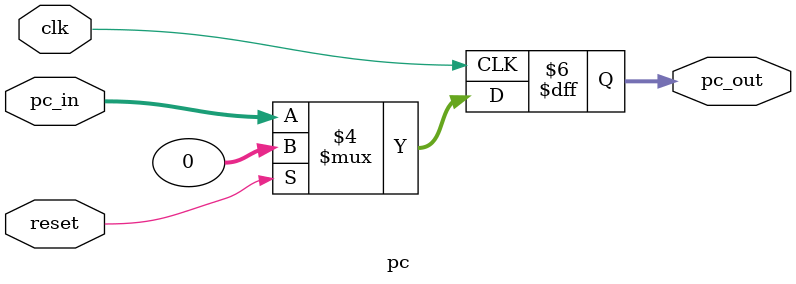
<source format=v>
module pc(clk,reset,pc_in,pc_out);
input clk,reset;
input [31:0]pc_in;
output [31:0] pc_out;
reg [31:0] pc_out;
initial
pc_out=0;
always @(posedge clk)
begin 
 if (reset)
 pc_out = 0;
 else 
 pc_out = pc_in;
end
endmodule

</source>
